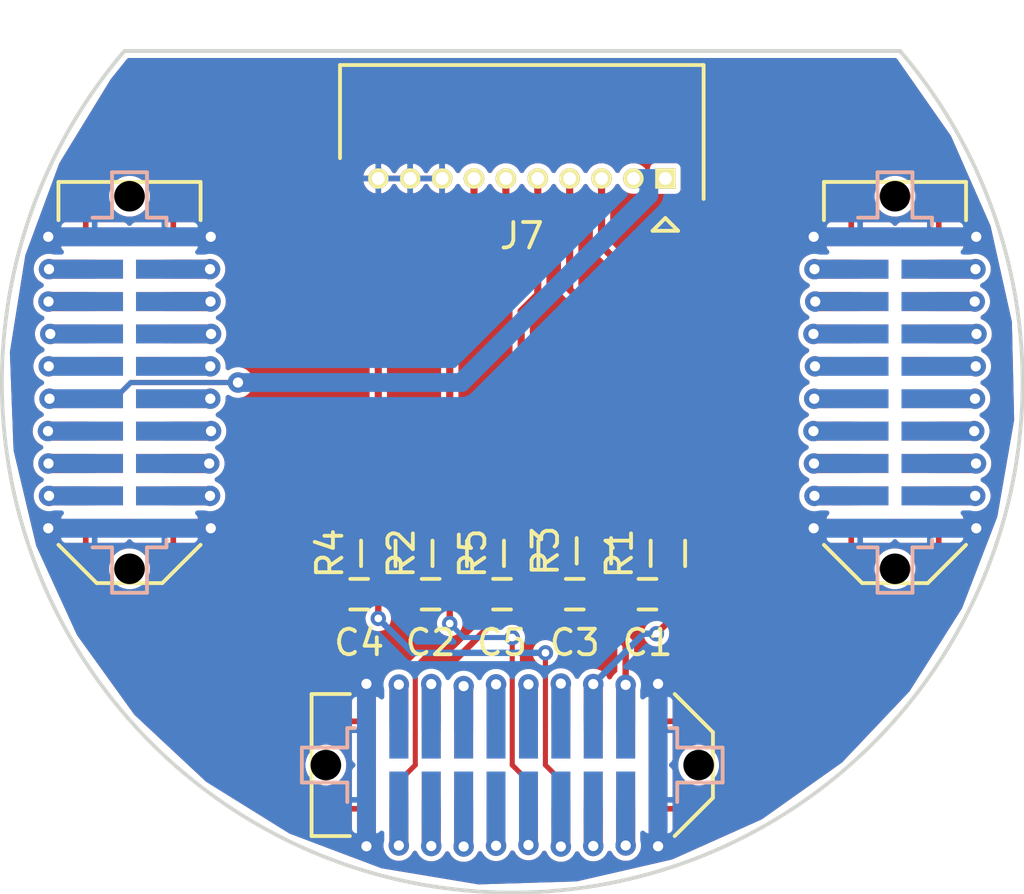
<source format=kicad_pcb>
(kicad_pcb (version 4) (host pcbnew 4.0.2-4+6225~38~ubuntu14.04.1-stable)
  (layers (0 F.Cu signal) (31 B.Cu signal) (34 B.Paste user hide) (35 F.Paste user hide) (36 B.SilkS user hide) (37 F.SilkS user hide) (38 B.Mask user hide) (39 F.Mask user hide) (44 Edge.Cuts user))
  (net 0 "")
  (net 1 /PRESSURE1)
  (net 2 GND)
  (net 3 /PRESSURE4)
  (net 4 /PRESSURE2)
  (net 5 /PRESSURE5)
  (net 6 /PRESSURE3)
  (net 7 /3v3_IMU)
  (net 8 /JTMS)
  (net 9 /3v3_RADIO)
  (net 10 /JTCK)
  (net 11 /3v3_FC)
  (net 12 /3v3_PYRO)
  (net 13 /JTDR)
  (net 14 3v3)
  (net 15 /RSVD1)
  (net 16 /3v3_AUX1)
  (net 17 /5v_CAN)
  (net 18 /3v3_AUX2)
  (net 19 /CAN-)
  (net 20 /RSVD2)
  (net 21 /CAN+)
  (net 22 /PYRO_SO)
  (net 23 /PYRO_SI)
  (net 24 /5v_RADIO)
  (net 25 /PYRO1)
  (net 26 /5v_IMU)
  (net 27 /PYRO2)
  (net 28 /5v_AUX1)
  (net 29 /PYRO3)
  (net 30 /5v_AUX2)
  (net 31 /PYRO4)
  (net 32 /5v_CAM)
  (net 33 /PWR)
  (net 34 /CHARGE)
  (net 35 /JTDI)
  (net 36 /STRAIN1)
  (net 37 /SPI1_SCK)
  (net 38 /STRAIN2)
  (net 39 /SPI1_MISO)
  (net 40 /STRAIN3)
  (net 41 /SPI1_MOSI)
  (net 42 /STRAIN4)
  (net 43 /STRAIN5)
  (net 44 /STRAIN6)
  (net 45 /TEMP_INT)
  (net 46 /SPI1_CS)
  (net 47 /P1+)
  (net 48 /P2+)
  (net 49 /P3+)
  (net 50 /P4+)
  (net 51 /P5+)
  (module Capacitors_SMD:C_0603 (layer F.Cu) (at 105.3 108.3 180)
    (fp_text reference C1 (at 0 -1.9 180) (layer F.SilkS))
    (fp_text value 1n)
    (fp_line (start -0.35 -0.6) (end 0.35 -0.6) (layer F.SilkS) (width 0.15))
    (fp_line (start 0.35 0.6) (end -0.35 0.6) (layer F.SilkS) (width 0.15))
    (pad 1 smd rect (at -0.75 0 180) (size 0.8 0.75) (layers F.Cu F.Paste F.Mask) (net 1 /PRESSURE1))
    (pad 2 smd rect (at 0.75 0 180) (size 0.8 0.75) (layers F.Cu F.Paste F.Mask) (net 2 GND))
  )
  (module Capacitors_SMD:C_0603 (layer F.Cu) (at 96.8 108.3 180)
    (fp_text reference C2 (at 0 -1.9 180) (layer F.SilkS))
    (fp_text value 1n)
    (fp_line (start -0.35 -0.6) (end 0.35 -0.6) (layer F.SilkS) (width 0.15))
    (fp_line (start 0.35 0.6) (end -0.35 0.6) (layer F.SilkS) (width 0.15))
    (pad 1 smd rect (at -0.75 0 180) (size 0.8 0.75) (layers F.Cu F.Paste F.Mask) (net 3 /PRESSURE4))
    (pad 2 smd rect (at 0.75 0 180) (size 0.8 0.75) (layers F.Cu F.Paste F.Mask) (net 2 GND))
  )
  (module Capacitors_SMD:C_0603 (layer F.Cu) (at 102.45 108.3 180)
    (fp_text reference C3 (at 0 -1.9 180) (layer F.SilkS))
    (fp_text value 1n)
    (fp_line (start -0.35 -0.6) (end 0.35 -0.6) (layer F.SilkS) (width 0.15))
    (fp_line (start 0.35 0.6) (end -0.35 0.6) (layer F.SilkS) (width 0.15))
    (pad 1 smd rect (at -0.75 0 180) (size 0.8 0.75) (layers F.Cu F.Paste F.Mask) (net 4 /PRESSURE2))
    (pad 2 smd rect (at 0.75 0 180) (size 0.8 0.75) (layers F.Cu F.Paste F.Mask) (net 2 GND))
  )
  (module Capacitors_SMD:C_0603 (layer F.Cu) (at 94 108.3 180)
    (fp_text reference C4 (at 0 -1.9 180) (layer F.SilkS))
    (fp_text value 1n)
    (fp_line (start -0.35 -0.6) (end 0.35 -0.6) (layer F.SilkS) (width 0.15))
    (fp_line (start 0.35 0.6) (end -0.35 0.6) (layer F.SilkS) (width 0.15))
    (pad 1 smd rect (at -0.75 0 180) (size 0.8 0.75) (layers F.Cu F.Paste F.Mask) (net 5 /PRESSURE5))
    (pad 2 smd rect (at 0.75 0 180) (size 0.8 0.75) (layers F.Cu F.Paste F.Mask) (net 2 GND))
  )
  (module Capacitors_SMD:C_0603 (layer F.Cu) (at 99.6 108.3 180)
    (fp_text reference C5 (at 0 -1.9 180) (layer F.SilkS))
    (fp_text value 1n)
    (fp_line (start -0.35 -0.6) (end 0.35 -0.6) (layer F.SilkS) (width 0.15))
    (fp_line (start 0.35 0.6) (end -0.35 0.6) (layer F.SilkS) (width 0.15))
    (pad 1 smd rect (at -0.75 0 180) (size 0.8 0.75) (layers F.Cu F.Paste F.Mask) (net 6 /PRESSURE3))
    (pad 2 smd rect (at 0.75 0 180) (size 0.8 0.75) (layers F.Cu F.Paste F.Mask) (net 2 GND))
  )
  (module agg:TFML-110-02-L-D (layer F.Cu) (at 85 100 270)
    (fp_text reference J1)
    (fp_text value "WEST TOP")
    (fp_line (start -6.365 -2.785) (end -7.865 -2.785) (layer F.SilkS) (width 0.15))
    (fp_line (start -7.865 -2.785) (end -7.865 2.785) (layer F.SilkS) (width 0.15))
    (fp_line (start -7.865 2.785) (end -6.365 2.785) (layer F.SilkS) (width 0.15))
    (fp_line (start 6.365 2.785) (end 7.865 1.285) (layer F.SilkS) (width 0.15))
    (fp_line (start 7.865 1.285) (end 7.865 -1.285) (layer F.SilkS) (width 0.15))
    (fp_line (start 7.865 -1.285) (end 6.365 -2.785) (layer F.SilkS) (width 0.15))
    (pad 1 smd rect (at -5.715 1.715 270) (size 0.74 2.92) (layers F.Cu F.Paste F.Mask) (net 2 GND))
    (pad 2 smd rect (at -5.715 -1.715 270) (size 0.74 2.92) (layers F.Cu F.Paste F.Mask) (net 2 GND))
    (pad 3 smd rect (at -4.445 1.715 270) (size 0.74 2.92) (layers F.Cu F.Paste F.Mask) (net 7 /3v3_IMU))
    (pad 4 smd rect (at -4.445 -1.715 270) (size 0.74 2.92) (layers F.Cu F.Paste F.Mask) (net 8 /JTMS))
    (pad 5 smd rect (at -3.175 1.715 270) (size 0.74 2.92) (layers F.Cu F.Paste F.Mask) (net 9 /3v3_RADIO))
    (pad 6 smd rect (at -3.175 -1.715 270) (size 0.74 2.92) (layers F.Cu F.Paste F.Mask) (net 10 /JTCK))
    (pad 7 smd rect (at -1.905 1.715 270) (size 0.74 2.92) (layers F.Cu F.Paste F.Mask) (net 11 /3v3_FC))
    (pad 8 smd rect (at -1.905 -1.715 270) (size 0.74 2.92) (layers F.Cu F.Paste F.Mask) (net 35 /JTDI))
    (pad 9 smd rect (at -0.635 1.715 270) (size 0.74 2.92) (layers F.Cu F.Paste F.Mask) (net 12 /3v3_PYRO))
    (pad 10 smd rect (at -0.635 -1.715 270) (size 0.74 2.92) (layers F.Cu F.Paste F.Mask) (net 13 /JTDR))
    (pad 11 smd rect (at 0.635 1.715 270) (size 0.74 2.92) (layers F.Cu F.Paste F.Mask) (net 14 3v3))
    (pad 12 smd rect (at 0.635 -1.715 270) (size 0.74 2.92) (layers F.Cu F.Paste F.Mask) (net 15 /RSVD1))
    (pad 13 smd rect (at 1.905 1.715 270) (size 0.74 2.92) (layers F.Cu F.Paste F.Mask) (net 16 /3v3_AUX1))
    (pad 14 smd rect (at 1.905 -1.715 270) (size 0.74 2.92) (layers F.Cu F.Paste F.Mask) (net 17 /5v_CAN))
    (pad 15 smd rect (at 3.175 1.715 270) (size 0.74 2.92) (layers F.Cu F.Paste F.Mask) (net 18 /3v3_AUX2))
    (pad 16 smd rect (at 3.175 -1.715 270) (size 0.74 2.92) (layers F.Cu F.Paste F.Mask) (net 19 /CAN-))
    (pad 17 smd rect (at 4.445 1.715 270) (size 0.74 2.92) (layers F.Cu F.Paste F.Mask) (net 20 /RSVD2))
    (pad 18 smd rect (at 4.445 -1.715 270) (size 0.74 2.92) (layers F.Cu F.Paste F.Mask) (net 21 /CAN+))
    (pad 19 smd rect (at 5.715 1.715 270) (size 0.74 2.92) (layers F.Cu F.Paste F.Mask) (net 2 GND))
    (pad 20 smd rect (at 5.715 -1.715 270) (size 0.74 2.92) (layers F.Cu F.Paste F.Mask) (net 2 GND))
  )
  (module agg:TFML-110-02-L-D (layer F.Cu) (at 115 100 270)
    (fp_text reference J2)
    (fp_text value "EAST TOP")
    (fp_line (start -6.365 -2.785) (end -7.865 -2.785) (layer F.SilkS) (width 0.15))
    (fp_line (start -7.865 -2.785) (end -7.865 2.785) (layer F.SilkS) (width 0.15))
    (fp_line (start -7.865 2.785) (end -6.365 2.785) (layer F.SilkS) (width 0.15))
    (fp_line (start 6.365 2.785) (end 7.865 1.285) (layer F.SilkS) (width 0.15))
    (fp_line (start 7.865 1.285) (end 7.865 -1.285) (layer F.SilkS) (width 0.15))
    (fp_line (start 7.865 -1.285) (end 6.365 -2.785) (layer F.SilkS) (width 0.15))
    (pad 1 smd rect (at -5.715 1.715 270) (size 0.74 2.92) (layers F.Cu F.Paste F.Mask) (net 2 GND))
    (pad 2 smd rect (at -5.715 -1.715 270) (size 0.74 2.92) (layers F.Cu F.Paste F.Mask) (net 2 GND))
    (pad 3 smd rect (at -4.445 1.715 270) (size 0.74 2.92) (layers F.Cu F.Paste F.Mask) (net 22 /PYRO_SO))
    (pad 4 smd rect (at -4.445 -1.715 270) (size 0.74 2.92) (layers F.Cu F.Paste F.Mask) (net 22 /PYRO_SO))
    (pad 5 smd rect (at -3.175 1.715 270) (size 0.74 2.92) (layers F.Cu F.Paste F.Mask) (net 23 /PYRO_SI))
    (pad 6 smd rect (at -3.175 -1.715 270) (size 0.74 2.92) (layers F.Cu F.Paste F.Mask) (net 23 /PYRO_SI))
    (pad 7 smd rect (at -1.905 1.715 270) (size 0.74 2.92) (layers F.Cu F.Paste F.Mask) (net 24 /5v_RADIO))
    (pad 8 smd rect (at -1.905 -1.715 270) (size 0.74 2.92) (layers F.Cu F.Paste F.Mask) (net 25 /PYRO1))
    (pad 9 smd rect (at -0.635 1.715 270) (size 0.74 2.92) (layers F.Cu F.Paste F.Mask) (net 26 /5v_IMU))
    (pad 10 smd rect (at -0.635 -1.715 270) (size 0.74 2.92) (layers F.Cu F.Paste F.Mask) (net 27 /PYRO2))
    (pad 11 smd rect (at 0.635 1.715 270) (size 0.74 2.92) (layers F.Cu F.Paste F.Mask) (net 28 /5v_AUX1))
    (pad 12 smd rect (at 0.635 -1.715 270) (size 0.74 2.92) (layers F.Cu F.Paste F.Mask) (net 29 /PYRO3))
    (pad 13 smd rect (at 1.905 1.715 270) (size 0.74 2.92) (layers F.Cu F.Paste F.Mask) (net 30 /5v_AUX2))
    (pad 14 smd rect (at 1.905 -1.715 270) (size 0.74 2.92) (layers F.Cu F.Paste F.Mask) (net 31 /PYRO4))
    (pad 15 smd rect (at 3.175 1.715 270) (size 0.74 2.92) (layers F.Cu F.Paste F.Mask) (net 32 /5v_CAM))
    (pad 16 smd rect (at 3.175 -1.715 270) (size 0.74 2.92) (layers F.Cu F.Paste F.Mask) (net 33 /PWR))
    (pad 17 smd rect (at 4.445 1.715 270) (size 0.74 2.92) (layers F.Cu F.Paste F.Mask) (net 34 /CHARGE))
    (pad 18 smd rect (at 4.445 -1.715 270) (size 0.74 2.92) (layers F.Cu F.Paste F.Mask) (net 34 /CHARGE))
    (pad 19 smd rect (at 5.715 1.715 270) (size 0.74 2.92) (layers F.Cu F.Paste F.Mask) (net 2 GND))
    (pad 20 smd rect (at 5.715 -1.715 270) (size 0.74 2.92) (layers F.Cu F.Paste F.Mask) (net 2 GND))
  )
  (module agg:SFML-110-02-L-D-LC (layer B.Cu) (at 85 100 270)
    (fp_text reference J3)
    (fp_text value "WEST BOT")
    (fp_line (start 6.465 1.45) (end 6.465 0.685) (layer B.SilkS) (width 0.15))
    (fp_line (start 6.465 0.685) (end 8.245 0.685) (layer B.SilkS) (width 0.15))
    (fp_line (start 8.245 0.685) (end 8.245 -0.685) (layer B.SilkS) (width 0.15))
    (fp_line (start 8.245 -0.685) (end 6.465 -0.685) (layer B.SilkS) (width 0.15))
    (fp_line (start 6.465 -0.685) (end 6.465 -1.45) (layer B.SilkS) (width 0.15))
    (fp_line (start 6.465 -1.45) (end 6.165 -1.45) (layer B.SilkS) (width 0.15))
    (fp_line (start -6.165 -1.45) (end -6.465 -1.45) (layer B.SilkS) (width 0.15))
    (fp_line (start -6.465 -1.45) (end -6.465 -0.685) (layer B.SilkS) (width 0.15))
    (fp_line (start -6.465 -0.685) (end -8.245 -0.685) (layer B.SilkS) (width 0.15))
    (fp_line (start -8.245 -0.685) (end -8.245 0.685) (layer B.SilkS) (width 0.15))
    (fp_line (start -8.245 0.685) (end -6.465 0.685) (layer B.SilkS) (width 0.15))
    (fp_line (start -6.465 0.685) (end -6.465 1.45) (layer B.SilkS) (width 0.15))
    (pad 1 smd rect (at -5.715 1.365 270) (size 0.74 2.22) (layers B.Cu B.Paste B.Mask) (net 2 GND))
    (pad 2 smd rect (at -5.715 -1.365 270) (size 0.74 2.22) (layers B.Cu B.Paste B.Mask) (net 2 GND))
    (pad 3 smd rect (at -4.445 1.365 270) (size 0.74 2.22) (layers B.Cu B.Paste B.Mask) (net 7 /3v3_IMU))
    (pad 4 smd rect (at -4.445 -1.365 270) (size 0.74 2.22) (layers B.Cu B.Paste B.Mask) (net 8 /JTMS))
    (pad 5 smd rect (at -3.175 1.365 270) (size 0.74 2.22) (layers B.Cu B.Paste B.Mask) (net 9 /3v3_RADIO))
    (pad 6 smd rect (at -3.175 -1.365 270) (size 0.74 2.22) (layers B.Cu B.Paste B.Mask) (net 10 /JTCK))
    (pad 7 smd rect (at -1.905 1.365 270) (size 0.74 2.22) (layers B.Cu B.Paste B.Mask) (net 11 /3v3_FC))
    (pad 8 smd rect (at -1.905 -1.365 270) (size 0.74 2.22) (layers B.Cu B.Paste B.Mask) (net 35 /JTDI))
    (pad 9 smd rect (at -0.635 1.365 270) (size 0.74 2.22) (layers B.Cu B.Paste B.Mask) (net 12 /3v3_PYRO))
    (pad 10 smd rect (at -0.635 -1.365 270) (size 0.74 2.22) (layers B.Cu B.Paste B.Mask) (net 13 /JTDR))
    (pad 11 smd rect (at 0.635 1.365 270) (size 0.74 2.22) (layers B.Cu B.Paste B.Mask) (net 14 3v3))
    (pad 12 smd rect (at 0.635 -1.365 270) (size 0.74 2.22) (layers B.Cu B.Paste B.Mask) (net 15 /RSVD1))
    (pad 13 smd rect (at 1.905 1.365 270) (size 0.74 2.22) (layers B.Cu B.Paste B.Mask) (net 16 /3v3_AUX1))
    (pad 14 smd rect (at 1.905 -1.365 270) (size 0.74 2.22) (layers B.Cu B.Paste B.Mask) (net 17 /5v_CAN))
    (pad 15 smd rect (at 3.175 1.365 270) (size 0.74 2.22) (layers B.Cu B.Paste B.Mask) (net 18 /3v3_AUX2))
    (pad 16 smd rect (at 3.175 -1.365 270) (size 0.74 2.22) (layers B.Cu B.Paste B.Mask) (net 19 /CAN-))
    (pad 17 smd rect (at 4.445 1.365 270) (size 0.74 2.22) (layers B.Cu B.Paste B.Mask) (net 20 /RSVD2))
    (pad 18 smd rect (at 4.445 -1.365 270) (size 0.74 2.22) (layers B.Cu B.Paste B.Mask) (net 21 /CAN+))
    (pad 19 smd rect (at 5.715 1.365 270) (size 0.74 2.22) (layers B.Cu B.Paste B.Mask) (net 2 GND))
    (pad 20 smd rect (at 5.715 -1.365 270) (size 0.74 2.22) (layers B.Cu B.Paste B.Mask) (net 2 GND))
    (pad "" np_thru_hole circle (at 7.305 0 270) (size 1.2 1.2) (drill 1.2) (layers *.Mask))
    (pad "" np_thru_hole circle (at -7.305 0 270) (size 1.2 1.2) (drill 1.2) (layers *.Mask))
  )
  (module agg:SFML-110-02-L-D-LC (layer B.Cu) (at 115 100 270)
    (fp_text reference J4)
    (fp_text value "EAST BOT")
    (fp_line (start 6.465 1.45) (end 6.465 0.685) (layer B.SilkS) (width 0.15))
    (fp_line (start 6.465 0.685) (end 8.245 0.685) (layer B.SilkS) (width 0.15))
    (fp_line (start 8.245 0.685) (end 8.245 -0.685) (layer B.SilkS) (width 0.15))
    (fp_line (start 8.245 -0.685) (end 6.465 -0.685) (layer B.SilkS) (width 0.15))
    (fp_line (start 6.465 -0.685) (end 6.465 -1.45) (layer B.SilkS) (width 0.15))
    (fp_line (start 6.465 -1.45) (end 6.165 -1.45) (layer B.SilkS) (width 0.15))
    (fp_line (start -6.165 -1.45) (end -6.465 -1.45) (layer B.SilkS) (width 0.15))
    (fp_line (start -6.465 -1.45) (end -6.465 -0.685) (layer B.SilkS) (width 0.15))
    (fp_line (start -6.465 -0.685) (end -8.245 -0.685) (layer B.SilkS) (width 0.15))
    (fp_line (start -8.245 -0.685) (end -8.245 0.685) (layer B.SilkS) (width 0.15))
    (fp_line (start -8.245 0.685) (end -6.465 0.685) (layer B.SilkS) (width 0.15))
    (fp_line (start -6.465 0.685) (end -6.465 1.45) (layer B.SilkS) (width 0.15))
    (pad 1 smd rect (at -5.715 1.365 270) (size 0.74 2.22) (layers B.Cu B.Paste B.Mask) (net 2 GND))
    (pad 2 smd rect (at -5.715 -1.365 270) (size 0.74 2.22) (layers B.Cu B.Paste B.Mask) (net 2 GND))
    (pad 3 smd rect (at -4.445 1.365 270) (size 0.74 2.22) (layers B.Cu B.Paste B.Mask) (net 22 /PYRO_SO))
    (pad 4 smd rect (at -4.445 -1.365 270) (size 0.74 2.22) (layers B.Cu B.Paste B.Mask) (net 22 /PYRO_SO))
    (pad 5 smd rect (at -3.175 1.365 270) (size 0.74 2.22) (layers B.Cu B.Paste B.Mask) (net 23 /PYRO_SI))
    (pad 6 smd rect (at -3.175 -1.365 270) (size 0.74 2.22) (layers B.Cu B.Paste B.Mask) (net 23 /PYRO_SI))
    (pad 7 smd rect (at -1.905 1.365 270) (size 0.74 2.22) (layers B.Cu B.Paste B.Mask) (net 24 /5v_RADIO))
    (pad 8 smd rect (at -1.905 -1.365 270) (size 0.74 2.22) (layers B.Cu B.Paste B.Mask) (net 25 /PYRO1))
    (pad 9 smd rect (at -0.635 1.365 270) (size 0.74 2.22) (layers B.Cu B.Paste B.Mask) (net 26 /5v_IMU))
    (pad 10 smd rect (at -0.635 -1.365 270) (size 0.74 2.22) (layers B.Cu B.Paste B.Mask) (net 27 /PYRO2))
    (pad 11 smd rect (at 0.635 1.365 270) (size 0.74 2.22) (layers B.Cu B.Paste B.Mask) (net 28 /5v_AUX1))
    (pad 12 smd rect (at 0.635 -1.365 270) (size 0.74 2.22) (layers B.Cu B.Paste B.Mask) (net 29 /PYRO3))
    (pad 13 smd rect (at 1.905 1.365 270) (size 0.74 2.22) (layers B.Cu B.Paste B.Mask) (net 30 /5v_AUX2))
    (pad 14 smd rect (at 1.905 -1.365 270) (size 0.74 2.22) (layers B.Cu B.Paste B.Mask) (net 31 /PYRO4))
    (pad 15 smd rect (at 3.175 1.365 270) (size 0.74 2.22) (layers B.Cu B.Paste B.Mask) (net 32 /5v_CAM))
    (pad 16 smd rect (at 3.175 -1.365 270) (size 0.74 2.22) (layers B.Cu B.Paste B.Mask) (net 33 /PWR))
    (pad 17 smd rect (at 4.445 1.365 270) (size 0.74 2.22) (layers B.Cu B.Paste B.Mask) (net 34 /CHARGE))
    (pad 18 smd rect (at 4.445 -1.365 270) (size 0.74 2.22) (layers B.Cu B.Paste B.Mask) (net 34 /CHARGE))
    (pad 19 smd rect (at 5.715 1.365 270) (size 0.74 2.22) (layers B.Cu B.Paste B.Mask) (net 2 GND))
    (pad 20 smd rect (at 5.715 -1.365 270) (size 0.74 2.22) (layers B.Cu B.Paste B.Mask) (net 2 GND))
    (pad "" np_thru_hole circle (at 7.305 0 270) (size 1.2 1.2) (drill 1.2) (layers *.Mask))
    (pad "" np_thru_hole circle (at -7.305 0 270) (size 1.2 1.2) (drill 1.2) (layers *.Mask))
  )
  (module agg:TFML-110-02-L-D (layer F.Cu) (at 100 115)
    (fp_text reference J5)
    (fp_text value "SOUTH TOP")
    (fp_line (start -6.365 -2.785) (end -7.865 -2.785) (layer F.SilkS) (width 0.15))
    (fp_line (start -7.865 -2.785) (end -7.865 2.785) (layer F.SilkS) (width 0.15))
    (fp_line (start -7.865 2.785) (end -6.365 2.785) (layer F.SilkS) (width 0.15))
    (fp_line (start 6.365 2.785) (end 7.865 1.285) (layer F.SilkS) (width 0.15))
    (fp_line (start 7.865 1.285) (end 7.865 -1.285) (layer F.SilkS) (width 0.15))
    (fp_line (start 7.865 -1.285) (end 6.365 -2.785) (layer F.SilkS) (width 0.15))
    (pad 1 smd rect (at -5.715 1.715) (size 0.74 2.92) (layers F.Cu F.Paste F.Mask) (net 2 GND))
    (pad 2 smd rect (at -5.715 -1.715) (size 0.74 2.92) (layers F.Cu F.Paste F.Mask) (net 2 GND))
    (pad 3 smd rect (at -4.445 1.715) (size 0.74 2.92) (layers F.Cu F.Paste F.Mask) (net 6 /PRESSURE3))
    (pad 4 smd rect (at -4.445 -1.715) (size 0.74 2.92) (layers F.Cu F.Paste F.Mask) (net 36 /STRAIN1))
    (pad 5 smd rect (at -3.175 1.715) (size 0.74 2.92) (layers F.Cu F.Paste F.Mask) (net 37 /SPI1_SCK))
    (pad 6 smd rect (at -3.175 -1.715) (size 0.74 2.92) (layers F.Cu F.Paste F.Mask) (net 38 /STRAIN2))
    (pad 7 smd rect (at -1.905 1.715) (size 0.74 2.92) (layers F.Cu F.Paste F.Mask) (net 39 /SPI1_MISO))
    (pad 8 smd rect (at -1.905 -1.715) (size 0.74 2.92) (layers F.Cu F.Paste F.Mask) (net 40 /STRAIN3))
    (pad 9 smd rect (at -0.635 1.715) (size 0.74 2.92) (layers F.Cu F.Paste F.Mask) (net 41 /SPI1_MOSI))
    (pad 10 smd rect (at -0.635 -1.715) (size 0.74 2.92) (layers F.Cu F.Paste F.Mask) (net 42 /STRAIN4))
    (pad 11 smd rect (at 0.635 1.715) (size 0.74 2.92) (layers F.Cu F.Paste F.Mask) (net 3 /PRESSURE4))
    (pad 12 smd rect (at 0.635 -1.715) (size 0.74 2.92) (layers F.Cu F.Paste F.Mask) (net 43 /STRAIN5))
    (pad 13 smd rect (at 1.905 1.715) (size 0.74 2.92) (layers F.Cu F.Paste F.Mask) (net 5 /PRESSURE5))
    (pad 14 smd rect (at 1.905 -1.715) (size 0.74 2.92) (layers F.Cu F.Paste F.Mask) (net 44 /STRAIN6))
    (pad 15 smd rect (at 3.175 1.715) (size 0.74 2.92) (layers F.Cu F.Paste F.Mask) (net 45 /TEMP_INT))
    (pad 16 smd rect (at 3.175 -1.715) (size 0.74 2.92) (layers F.Cu F.Paste F.Mask) (net 1 /PRESSURE1))
    (pad 17 smd rect (at 4.445 1.715) (size 0.74 2.92) (layers F.Cu F.Paste F.Mask) (net 46 /SPI1_CS))
    (pad 18 smd rect (at 4.445 -1.715) (size 0.74 2.92) (layers F.Cu F.Paste F.Mask) (net 4 /PRESSURE2))
    (pad 19 smd rect (at 5.715 1.715) (size 0.74 2.92) (layers F.Cu F.Paste F.Mask) (net 2 GND))
    (pad 20 smd rect (at 5.715 -1.715) (size 0.74 2.92) (layers F.Cu F.Paste F.Mask) (net 2 GND))
  )
  (module agg:SFML-110-02-L-D-LC (layer B.Cu) (at 100 115)
    (fp_text reference J6)
    (fp_text value "SOUTH BOT")
    (fp_line (start 6.465 1.45) (end 6.465 0.685) (layer B.SilkS) (width 0.15))
    (fp_line (start 6.465 0.685) (end 8.245 0.685) (layer B.SilkS) (width 0.15))
    (fp_line (start 8.245 0.685) (end 8.245 -0.685) (layer B.SilkS) (width 0.15))
    (fp_line (start 8.245 -0.685) (end 6.465 -0.685) (layer B.SilkS) (width 0.15))
    (fp_line (start 6.465 -0.685) (end 6.465 -1.45) (layer B.SilkS) (width 0.15))
    (fp_line (start 6.465 -1.45) (end 6.165 -1.45) (layer B.SilkS) (width 0.15))
    (fp_line (start -6.165 -1.45) (end -6.465 -1.45) (layer B.SilkS) (width 0.15))
    (fp_line (start -6.465 -1.45) (end -6.465 -0.685) (layer B.SilkS) (width 0.15))
    (fp_line (start -6.465 -0.685) (end -8.245 -0.685) (layer B.SilkS) (width 0.15))
    (fp_line (start -8.245 -0.685) (end -8.245 0.685) (layer B.SilkS) (width 0.15))
    (fp_line (start -8.245 0.685) (end -6.465 0.685) (layer B.SilkS) (width 0.15))
    (fp_line (start -6.465 0.685) (end -6.465 1.45) (layer B.SilkS) (width 0.15))
    (pad 1 smd rect (at -5.715 1.365) (size 0.74 2.22) (layers B.Cu B.Paste B.Mask) (net 2 GND))
    (pad 2 smd rect (at -5.715 -1.365) (size 0.74 2.22) (layers B.Cu B.Paste B.Mask) (net 2 GND))
    (pad 3 smd rect (at -4.445 1.365) (size 0.74 2.22) (layers B.Cu B.Paste B.Mask) (net 6 /PRESSURE3))
    (pad 4 smd rect (at -4.445 -1.365) (size 0.74 2.22) (layers B.Cu B.Paste B.Mask) (net 36 /STRAIN1))
    (pad 5 smd rect (at -3.175 1.365) (size 0.74 2.22) (layers B.Cu B.Paste B.Mask) (net 37 /SPI1_SCK))
    (pad 6 smd rect (at -3.175 -1.365) (size 0.74 2.22) (layers B.Cu B.Paste B.Mask) (net 38 /STRAIN2))
    (pad 7 smd rect (at -1.905 1.365) (size 0.74 2.22) (layers B.Cu B.Paste B.Mask) (net 39 /SPI1_MISO))
    (pad 8 smd rect (at -1.905 -1.365) (size 0.74 2.22) (layers B.Cu B.Paste B.Mask) (net 40 /STRAIN3))
    (pad 9 smd rect (at -0.635 1.365) (size 0.74 2.22) (layers B.Cu B.Paste B.Mask) (net 41 /SPI1_MOSI))
    (pad 10 smd rect (at -0.635 -1.365) (size 0.74 2.22) (layers B.Cu B.Paste B.Mask) (net 42 /STRAIN4))
    (pad 11 smd rect (at 0.635 1.365) (size 0.74 2.22) (layers B.Cu B.Paste B.Mask) (net 3 /PRESSURE4))
    (pad 12 smd rect (at 0.635 -1.365) (size 0.74 2.22) (layers B.Cu B.Paste B.Mask) (net 43 /STRAIN5))
    (pad 13 smd rect (at 1.905 1.365) (size 0.74 2.22) (layers B.Cu B.Paste B.Mask) (net 5 /PRESSURE5))
    (pad 14 smd rect (at 1.905 -1.365) (size 0.74 2.22) (layers B.Cu B.Paste B.Mask) (net 44 /STRAIN6))
    (pad 15 smd rect (at 3.175 1.365) (size 0.74 2.22) (layers B.Cu B.Paste B.Mask) (net 45 /TEMP_INT))
    (pad 16 smd rect (at 3.175 -1.365) (size 0.74 2.22) (layers B.Cu B.Paste B.Mask) (net 1 /PRESSURE1))
    (pad 17 smd rect (at 4.445 1.365) (size 0.74 2.22) (layers B.Cu B.Paste B.Mask) (net 46 /SPI1_CS))
    (pad 18 smd rect (at 4.445 -1.365) (size 0.74 2.22) (layers B.Cu B.Paste B.Mask) (net 4 /PRESSURE2))
    (pad 19 smd rect (at 5.715 1.365) (size 0.74 2.22) (layers B.Cu B.Paste B.Mask) (net 2 GND))
    (pad 20 smd rect (at 5.715 -1.365) (size 0.74 2.22) (layers B.Cu B.Paste B.Mask) (net 2 GND))
    (pad "" np_thru_hole circle (at 7.305 0) (size 1.2 1.2) (drill 1.2) (layers *.Mask))
    (pad "" np_thru_hole circle (at -7.305 0) (size 1.2 1.2) (drill 1.2) (layers *.Mask))
  )
  (module Connectors_Molex:Connector_Molex_PicoBlade_53048-1010 (layer F.Cu) (at 106 92 180)
    (fp_text reference J7 (at 5.625 -2.25 180) (layer F.SilkS))
    (fp_text value PRESSURE)
    (fp_line (start -1.5 -0.8) (end -1.5 4.45) (layer F.SilkS) (width 0.15))
    (fp_line (start -1.5 4.45) (end 12.75 4.45) (layer F.SilkS) (width 0.15))
    (fp_line (start 12.75 4.45) (end 12.75 0.8) (layer F.SilkS) (width 0.15))
    (fp_line (start 0 -1.55) (end -0.5 -2.05) (layer F.SilkS) (width 0.15))
    (fp_line (start -0.5 -2.05) (end 0.5 -2.05) (layer F.SilkS) (width 0.15))
    (fp_line (start 0.5 -2.05) (end 0 -1.55) (layer F.SilkS) (width 0.15))
    (pad 1 thru_hole rect (at 0 0 180) (size 0.8 0.8) (drill 0.5) (layers *.Cu *.Mask F.SilkS) (net 14 3v3))
    (pad 2 thru_hole oval (at 1.25 0 180) (size 0.8 0.8) (drill 0.5) (layers *.Cu *.Mask F.SilkS) (net 14 3v3))
    (pad 3 thru_hole oval (at 2.5 0 180) (size 0.8 0.8) (drill 0.5) (layers *.Cu *.Mask F.SilkS) (net 47 /P1+))
    (pad 4 thru_hole oval (at 3.75 0 180) (size 0.8 0.8) (drill 0.5) (layers *.Cu *.Mask F.SilkS) (net 48 /P2+))
    (pad 5 thru_hole oval (at 5 0 180) (size 0.8 0.8) (drill 0.5) (layers *.Cu *.Mask F.SilkS) (net 49 /P3+))
    (pad 6 thru_hole oval (at 6.25 0 180) (size 0.8 0.8) (drill 0.5) (layers *.Cu *.Mask F.SilkS) (net 50 /P4+))
    (pad 7 thru_hole oval (at 7.5 0 180) (size 0.8 0.8) (drill 0.5) (layers *.Cu *.Mask F.SilkS) (net 51 /P5+))
    (pad 8 thru_hole oval (at 8.75 0 180) (size 0.8 0.8) (drill 0.5) (layers *.Cu *.Mask F.SilkS) (net 2 GND))
    (pad 9 thru_hole oval (at 10 0 180) (size 0.8 0.8) (drill 0.5) (layers *.Cu *.Mask F.SilkS) (net 2 GND))
    (pad 10 thru_hole oval (at 11.25 0 180) (size 0.8 0.8) (drill 0.5) (layers *.Cu *.Mask F.SilkS) (net 2 GND))
  )
  (module Resistors_SMD:R_0603 (layer F.Cu) (at 106.1 106.7 90)
    (fp_text reference R1 (at 0 -1.9 90) (layer F.SilkS))
    (fp_text value 3.74K)
    (fp_line (start 0.5 0.675) (end -0.5 0.675) (layer F.SilkS) (width 0.15))
    (fp_line (start -0.5 -0.675) (end 0.5 -0.675) (layer F.SilkS) (width 0.15))
    (pad 1 smd rect (at -0.75 0 90) (size 0.5 0.9) (layers F.Cu F.Paste F.Mask) (net 1 /PRESSURE1))
    (pad 2 smd rect (at 0.75 0 90) (size 0.5 0.9) (layers F.Cu F.Paste F.Mask) (net 47 /P1+))
  )
  (module Resistors_SMD:R_0603 (layer F.Cu) (at 97.55 106.7 90)
    (fp_text reference R2 (at 0 -1.9 90) (layer F.SilkS))
    (fp_text value 3.74K)
    (fp_line (start 0.5 0.675) (end -0.5 0.675) (layer F.SilkS) (width 0.15))
    (fp_line (start -0.5 -0.675) (end 0.5 -0.675) (layer F.SilkS) (width 0.15))
    (pad 1 smd rect (at -0.75 0 90) (size 0.5 0.9) (layers F.Cu F.Paste F.Mask) (net 3 /PRESSURE4))
    (pad 2 smd rect (at 0.75 0 90) (size 0.5 0.9) (layers F.Cu F.Paste F.Mask) (net 50 /P4+))
  )
  (module Resistors_SMD:R_0603 (layer F.Cu) (at 103.2 106.6 90)
    (fp_text reference R3 (at 0 -1.9 90) (layer F.SilkS))
    (fp_text value 3.74K)
    (fp_line (start 0.5 0.675) (end -0.5 0.675) (layer F.SilkS) (width 0.15))
    (fp_line (start -0.5 -0.675) (end 0.5 -0.675) (layer F.SilkS) (width 0.15))
    (pad 1 smd rect (at -0.75 0 90) (size 0.5 0.9) (layers F.Cu F.Paste F.Mask) (net 4 /PRESSURE2))
    (pad 2 smd rect (at 0.75 0 90) (size 0.5 0.9) (layers F.Cu F.Paste F.Mask) (net 48 /P2+))
  )
  (module Resistors_SMD:R_0603 (layer F.Cu) (at 94.75 106.7 90)
    (fp_text reference R4 (at 0 -1.9 90) (layer F.SilkS))
    (fp_text value 3.74K)
    (fp_line (start 0.5 0.675) (end -0.5 0.675) (layer F.SilkS) (width 0.15))
    (fp_line (start -0.5 -0.675) (end 0.5 -0.675) (layer F.SilkS) (width 0.15))
    (pad 1 smd rect (at -0.75 0 90) (size 0.5 0.9) (layers F.Cu F.Paste F.Mask) (net 5 /PRESSURE5))
    (pad 2 smd rect (at 0.75 0 90) (size 0.5 0.9) (layers F.Cu F.Paste F.Mask) (net 51 /P5+))
  )
  (module Resistors_SMD:R_0603 (layer F.Cu) (at 100.35 106.7 90)
    (fp_text reference R5 (at 0 -1.9 90) (layer F.SilkS))
    (fp_text value 3.74K)
    (fp_line (start 0.5 0.675) (end -0.5 0.675) (layer F.SilkS) (width 0.15))
    (fp_line (start -0.5 -0.675) (end 0.5 -0.675) (layer F.SilkS) (width 0.15))
    (pad 1 smd rect (at -0.75 0 90) (size 0.5 0.9) (layers F.Cu F.Paste F.Mask) (net 6 /PRESSURE3))
    (pad 2 smd rect (at 0.75 0 90) (size 0.5 0.9) (layers F.Cu F.Paste F.Mask) (net 49 /P3+))
  )
  (gr_line (start 84.8 87) (end 115.2 87) (layer Edge.Cuts) (width 0.15))
  (gr_arc (start 100 100) (end 115.2 87) (angle 261.0783035) (layer Edge.Cuts) (width 0.15))
  (segment (start 106.05 108.3) (end 106.05 107.5) (width 0.25) (layer F.Cu) (net 1))
  (segment (start 106.05 107.5) (end 106.1 107.45) (width 0.25) (layer F.Cu) (net 1))
  (segment (start 105.65 109.85) (end 105.15 109.85) (width 0.25) (layer B.Cu) (net 1))
  (segment (start 105.15 109.85) (end 103.175 111.825) (width 0.25) (layer B.Cu) (net 1))
  (segment (start 106.05 109.45) (end 105.65 109.85) (width 0.25) (layer F.Cu) (net 1))
  (via (at 105.65 109.85) (size 0.6) (drill 0.3) (layers F.Cu B.Cu) (net 1))
  (segment (start 106.05 109.35) (end 106.05 109.45) (width 0.25) (layer F.Cu) (net 1))
  (segment (start 106.05 108.3) (end 106.05 109.35) (width 0.25) (layer F.Cu) (net 1))
  (segment (start 103.175 111.825) (end 103.175 113.285) (width 0.74) (layer F.Cu) (net 1))
  (via (at 103.175 111.825) (size 0.8) (drill 0.4) (layers F.Cu B.Cu) (net 1))
  (segment (start 103.175 113.635) (end 103.175 111.825) (width 0.74) (layer B.Cu) (net 1))
  (segment (start 113.635 105.715) (end 111.815 105.715) (width 0.74) (layer B.Cu) (net 2))
  (segment (start 116.365 105.715) (end 113.635 105.715) (width 0.74) (layer B.Cu) (net 2))
  (segment (start 118.185 105.715) (end 116.365 105.715) (width 0.74) (layer B.Cu) (net 2))
  (segment (start 116.365 94.285) (end 118.185 94.285) (width 0.74) (layer B.Cu) (net 2))
  (segment (start 113.635 94.285) (end 116.365 94.285) (width 0.74) (layer B.Cu) (net 2))
  (segment (start 111.815 94.285) (end 113.635 94.285) (width 0.74) (layer B.Cu) (net 2))
  (segment (start 116.715 105.715) (end 113.285 105.715) (width 0.74) (layer F.Cu) (net 2))
  (via (at 118.185 105.715) (size 0.8) (drill 0.4) (layers F.Cu B.Cu) (net 2))
  (segment (start 116.715 105.715) (end 118.185 105.715) (width 0.74) (layer F.Cu) (net 2))
  (via (at 118.185 94.285) (size 0.8) (drill 0.4) (layers F.Cu B.Cu) (net 2))
  (segment (start 116.715 94.285) (end 118.185 94.285) (width 0.74) (layer F.Cu) (net 2))
  (segment (start 113.285 94.285) (end 116.715 94.285) (width 0.74) (layer F.Cu) (net 2))
  (via (at 111.815 94.285) (size 0.8) (drill 0.4) (layers F.Cu B.Cu) (net 2))
  (segment (start 113.285 94.285) (end 111.815 94.285) (width 0.74) (layer F.Cu) (net 2))
  (via (at 111.815 105.715) (size 0.8) (drill 0.4) (layers F.Cu B.Cu) (net 2))
  (segment (start 113.285 105.715) (end 111.815 105.715) (width 0.74) (layer F.Cu) (net 2))
  (segment (start 105.715 116.715) (end 105.715 118.185) (width 0.74) (layer F.Cu) (net 2))
  (segment (start 105.715 113.285) (end 105.715 116.715) (width 0.74) (layer F.Cu) (net 2))
  (segment (start 105.715 111.815) (end 105.715 113.285) (width 0.74) (layer F.Cu) (net 2))
  (segment (start 94.285 116.715) (end 94.285 111.815) (width 0.74) (layer F.Cu) (net 2))
  (segment (start 94.285 118.185) (end 94.285 116.715) (width 0.74) (layer F.Cu) (net 2))
  (via (at 105.715 111.815) (size 0.8) (drill 0.4) (layers F.Cu B.Cu) (net 2))
  (segment (start 105.715 113.635) (end 105.715 111.815) (width 0.74) (layer B.Cu) (net 2))
  (segment (start 105.715 116.365) (end 105.715 113.635) (width 0.74) (layer B.Cu) (net 2))
  (via (at 105.715 118.185) (size 0.8) (drill 0.4) (layers F.Cu B.Cu) (net 2))
  (segment (start 105.715 116.365) (end 105.715 118.185) (width 0.74) (layer B.Cu) (net 2))
  (via (at 94.285 118.185) (size 0.8) (drill 0.4) (layers F.Cu B.Cu) (net 2))
  (segment (start 94.285 116.365) (end 94.285 118.185) (width 0.74) (layer B.Cu) (net 2))
  (via (at 94.285 111.815) (size 0.8) (drill 0.4) (layers F.Cu B.Cu) (net 2))
  (segment (start 94.285 113.635) (end 94.285 111.815) (width 0.74) (layer B.Cu) (net 2))
  (segment (start 94.285 116.365) (end 94.285 113.635) (width 0.74) (layer B.Cu) (net 2))
  (segment (start 88.185 105.715) (end 81.815 105.715) (width 0.74) (layer B.Cu) (net 2))
  (segment (start 86.365 94.285) (end 88.185 94.285) (width 0.74) (layer B.Cu) (net 2))
  (segment (start 83.635 94.285) (end 86.365 94.285) (width 0.74) (layer B.Cu) (net 2))
  (segment (start 83.635 94.285) (end 81.815 94.285) (width 0.74) (layer B.Cu) (net 2))
  (segment (start 86.715 94.285) (end 83.285 94.285) (width 0.74) (layer F.Cu) (net 2))
  (via (at 88.185 94.285) (size 0.8) (drill 0.4) (layers F.Cu B.Cu) (net 2))
  (segment (start 86.715 94.285) (end 88.185 94.285) (width 0.74) (layer F.Cu) (net 2))
  (via (at 88.185 105.715) (size 0.8) (drill 0.4) (layers F.Cu B.Cu) (net 2))
  (segment (start 86.715 105.715) (end 88.185 105.715) (width 0.74) (layer F.Cu) (net 2))
  (segment (start 83.285 105.715) (end 86.715 105.715) (width 0.74) (layer F.Cu) (net 2))
  (via (at 81.815 105.715) (size 0.8) (drill 0.4) (layers F.Cu B.Cu) (net 2))
  (segment (start 83.285 105.715) (end 81.815 105.715) (width 0.74) (layer F.Cu) (net 2))
  (via (at 81.815 94.285) (size 0.8) (drill 0.4) (layers F.Cu B.Cu) (net 2))
  (segment (start 83.285 94.285) (end 81.815 94.285) (width 0.74) (layer F.Cu) (net 2))
  (segment (start 97.55 108.3) (end 97.55 107.45) (width 0.25) (layer F.Cu) (net 3))
  (segment (start 100 110) (end 98.1 110) (width 0.2) (layer B.Cu) (net 3))
  (segment (start 98.1 110) (end 97.55 109.45) (width 0.2) (layer B.Cu) (net 3))
  (segment (start 100 110.6) (end 100 110) (width 0.2) (layer F.Cu) (net 3))
  (segment (start 97.55 109.45) (end 97.55 108.3) (width 0.25) (layer F.Cu) (net 3))
  (via (at 97.55 109.45) (size 0.6) (drill 0.3) (layers F.Cu B.Cu) (net 3))
  (via (at 100 110) (size 0.6) (drill 0.3) (layers F.Cu B.Cu) (net 3))
  (segment (start 100 115) (end 100 110.6) (width 0.2) (layer F.Cu) (net 3))
  (segment (start 100.635 115.635) (end 100 115) (width 0.2) (layer F.Cu) (net 3))
  (segment (start 100.635 118.135) (end 100.635 115.635) (width 0.2) (layer F.Cu) (net 3))
  (segment (start 100.635 118.135) (end 100.635 116.715) (width 0.74) (layer F.Cu) (net 3))
  (via (at 100.635 118.135) (size 0.8) (drill 0.4) (layers F.Cu B.Cu) (net 3))
  (segment (start 100.635 116.365) (end 100.635 118.135) (width 0.74) (layer B.Cu) (net 3))
  (segment (start 103.2 108.3) (end 103.2 107.35) (width 0.25) (layer F.Cu) (net 4))
  (segment (start 104.445 110.295) (end 103.2 109.05) (width 0.25) (layer F.Cu) (net 4))
  (segment (start 103.2 109.05) (end 103.2 108.3) (width 0.25) (layer F.Cu) (net 4))
  (segment (start 104.445 111.855) (end 104.445 110.295) (width 0.25) (layer F.Cu) (net 4))
  (segment (start 104.445 111.855) (end 104.445 113.285) (width 0.74) (layer F.Cu) (net 4))
  (via (at 104.445 111.855) (size 0.8) (drill 0.4) (layers F.Cu B.Cu) (net 4))
  (segment (start 104.445 113.635) (end 104.445 111.855) (width 0.74) (layer B.Cu) (net 4))
  (segment (start 94.75 108.3) (end 94.75 107.45) (width 0.25) (layer F.Cu) (net 5))
  (segment (start 101.3 110.6) (end 96.1 110.6) (width 0.25) (layer B.Cu) (net 5))
  (segment (start 96.1 110.6) (end 94.75 109.25) (width 0.25) (layer B.Cu) (net 5))
  (via (at 94.75 109.25) (size 0.6) (drill 0.3) (layers F.Cu B.Cu) (net 5))
  (segment (start 94.75 108.3) (end 94.75 109.25) (width 0.25) (layer F.Cu) (net 5))
  (via (at 101.3 110.6) (size 0.6) (drill 0.3) (layers F.Cu B.Cu) (net 5))
  (segment (start 101.3 115) (end 101.3 110.6) (width 0.2) (layer F.Cu) (net 5))
  (segment (start 101.905 115.605) (end 101.3 115) (width 0.2) (layer F.Cu) (net 5))
  (segment (start 101.905 116.715) (end 101.905 115.605) (width 0.2) (layer F.Cu) (net 5))
  (segment (start 101.905 118.195) (end 101.905 116.715) (width 0.74) (layer F.Cu) (net 5))
  (via (at 101.905 118.195) (size 0.8) (drill 0.4) (layers F.Cu B.Cu) (net 5))
  (segment (start 101.905 116.365) (end 101.905 118.195) (width 0.74) (layer B.Cu) (net 5))
  (segment (start 100.35 108.3) (end 100.35 107.45) (width 0.25) (layer F.Cu) (net 6))
  (segment (start 95.555 116.715) (end 95.555 115.645) (width 0.2) (layer F.Cu) (net 6))
  (segment (start 96.2 111.2) (end 96.6 110.8) (width 0.25) (layer F.Cu) (net 6))
  (segment (start 95.555 115.645) (end 96.2 115) (width 0.2) (layer F.Cu) (net 6))
  (segment (start 96.2 115) (end 96.2 111.2) (width 0.2) (layer F.Cu) (net 6))
  (segment (start 96.6 110.8) (end 97.85 110.8) (width 0.25) (layer F.Cu) (net 6))
  (segment (start 97.85 110.8) (end 100.35 108.3) (width 0.25) (layer F.Cu) (net 6))
  (segment (start 95.555 118.155) (end 95.555 116.715) (width 0.74) (layer F.Cu) (net 6))
  (via (at 95.555 118.155) (size 0.8) (drill 0.4) (layers F.Cu B.Cu) (net 6))
  (segment (start 95.555 116.365) (end 95.555 118.155) (width 0.74) (layer B.Cu) (net 6))
  (segment (start 82.345 95.555) (end 81.845 95.555) (width 0.74) (layer B.Cu) (net 7))
  (segment (start 83.635 95.555) (end 82.345 95.555) (width 0.74) (layer B.Cu) (net 7))
  (via (at 81.845 95.555) (size 0.8) (drill 0.4) (layers F.Cu B.Cu) (net 7))
  (segment (start 83.285 95.555) (end 81.845 95.555) (width 0.74) (layer F.Cu) (net 7))
  (segment (start 88.155 95.555) (end 86.365 95.555) (width 0.74) (layer B.Cu) (net 8))
  (via (at 88.155 95.555) (size 0.8) (drill 0.4) (layers F.Cu B.Cu) (net 8))
  (segment (start 86.715 95.555) (end 88.155 95.555) (width 0.74) (layer F.Cu) (net 8))
  (segment (start 81.825 96.825) (end 83.635 96.825) (width 0.74) (layer B.Cu) (net 9))
  (via (at 81.825 96.825) (size 0.8) (drill 0.4) (layers F.Cu B.Cu) (net 9))
  (segment (start 83.285 96.825) (end 81.825 96.825) (width 0.74) (layer F.Cu) (net 9))
  (segment (start 86.365 96.825) (end 88.175 96.825) (width 0.74) (layer B.Cu) (net 10))
  (via (at 88.175 96.825) (size 0.8) (drill 0.4) (layers F.Cu B.Cu) (net 10))
  (segment (start 86.715 96.825) (end 88.175 96.825) (width 0.74) (layer F.Cu) (net 10))
  (segment (start 81.895 98.095) (end 83.635 98.095) (width 0.74) (layer B.Cu) (net 11))
  (via (at 81.895 98.095) (size 0.8) (drill 0.4) (layers F.Cu B.Cu) (net 11))
  (segment (start 83.285 98.095) (end 81.895 98.095) (width 0.74) (layer F.Cu) (net 11))
  (segment (start 81.835 99.365) (end 83.635 99.365) (width 0.74) (layer B.Cu) (net 12))
  (via (at 81.835 99.365) (size 0.8) (drill 0.4) (layers F.Cu B.Cu) (net 12))
  (segment (start 83.285 99.365) (end 81.835 99.365) (width 0.74) (layer F.Cu) (net 12))
  (segment (start 86.365 99.365) (end 88.165 99.365) (width 0.74) (layer B.Cu) (net 13))
  (via (at 88.165 99.365) (size 0.8) (drill 0.4) (layers F.Cu B.Cu) (net 13))
  (segment (start 86.715 99.365) (end 88.165 99.365) (width 0.74) (layer F.Cu) (net 13))
  (segment (start 104.75 92) (end 105.35 92) (width 0.74) (layer B.Cu) (net 14))
  (segment (start 105.35 92) (end 106 92) (width 0.74) (layer B.Cu) (net 14))
  (segment (start 105.35 92.65) (end 105.35 92) (width 0.74) (layer B.Cu) (net 14))
  (segment (start 98 100) (end 105.35 92.65) (width 0.74) (layer B.Cu) (net 14))
  (segment (start 89.25 100) (end 98 100) (width 0.74) (layer B.Cu) (net 14))
  (segment (start 84.415 100.635) (end 85.05 100) (width 0.2) (layer B.Cu) (net 14))
  (segment (start 85.05 100) (end 89.25 100) (width 0.2) (layer B.Cu) (net 14))
  (segment (start 83.635 100.635) (end 84.415 100.635) (width 0.2) (layer B.Cu) (net 14))
  (via (at 89.25 100) (size 0.8) (drill 0.4) (layers F.Cu B.Cu) (net 14))
  (segment (start 85.05 100) (end 89.25 100) (width 0.2) (layer F.Cu) (net 14))
  (segment (start 84.415 100.635) (end 85.05 100) (width 0.2) (layer F.Cu) (net 14))
  (segment (start 83.285 100.635) (end 84.415 100.635) (width 0.2) (layer F.Cu) (net 14))
  (segment (start 83.285 100.635) (end 84.365 100.635) (width 0.28) (layer F.Cu) (net 14))
  (segment (start 83.635 100.635) (end 81.865 100.635) (width 0.74) (layer B.Cu) (net 14))
  (via (at 81.865 100.635) (size 0.8) (drill 0.4) (layers F.Cu B.Cu) (net 14))
  (segment (start 83.285 100.635) (end 81.865 100.635) (width 0.74) (layer F.Cu) (net 14))
  (segment (start 86.365 100.635) (end 88.165 100.635) (width 0.74) (layer B.Cu) (net 15))
  (via (at 88.165 100.635) (size 0.8) (drill 0.4) (layers F.Cu B.Cu) (net 15))
  (segment (start 86.715 100.635) (end 88.165 100.635) (width 0.74) (layer F.Cu) (net 15))
  (segment (start 81.805 101.905) (end 83.635 101.905) (width 0.74) (layer B.Cu) (net 16))
  (via (at 81.805 101.905) (size 0.8) (drill 0.4) (layers F.Cu B.Cu) (net 16))
  (segment (start 83.285 101.905) (end 81.805 101.905) (width 0.74) (layer F.Cu) (net 16))
  (segment (start 86.365 101.905) (end 88.195 101.905) (width 0.74) (layer B.Cu) (net 17))
  (via (at 88.195 101.905) (size 0.8) (drill 0.4) (layers F.Cu B.Cu) (net 17))
  (segment (start 86.715 101.905) (end 88.195 101.905) (width 0.74) (layer F.Cu) (net 17))
  (segment (start 81.825 103.175) (end 83.635 103.175) (width 0.74) (layer B.Cu) (net 18))
  (via (at 81.825 103.175) (size 0.8) (drill 0.4) (layers F.Cu B.Cu) (net 18))
  (segment (start 83.285 103.175) (end 81.825 103.175) (width 0.74) (layer F.Cu) (net 18))
  (segment (start 86.365 103.175) (end 88.125 103.175) (width 0.74) (layer B.Cu) (net 19))
  (via (at 88.125 103.175) (size 0.8) (drill 0.4) (layers F.Cu B.Cu) (net 19))
  (segment (start 86.715 103.175) (end 88.125 103.175) (width 0.74) (layer F.Cu) (net 19))
  (segment (start 81.845 104.445) (end 83.635 104.445) (width 0.74) (layer B.Cu) (net 20))
  (via (at 81.845 104.445) (size 0.8) (drill 0.4) (layers F.Cu B.Cu) (net 20))
  (segment (start 83.285 104.445) (end 81.845 104.445) (width 0.74) (layer F.Cu) (net 20))
  (segment (start 86.365 104.445) (end 88.155 104.445) (width 0.74) (layer B.Cu) (net 21))
  (via (at 88.155 104.445) (size 0.8) (drill 0.4) (layers F.Cu B.Cu) (net 21))
  (segment (start 86.715 104.445) (end 88.155 104.445) (width 0.74) (layer F.Cu) (net 21))
  (segment (start 111.845 95.555) (end 113.635 95.555) (width 0.74) (layer B.Cu) (net 22))
  (segment (start 118.155 95.555) (end 116.365 95.555) (width 0.74) (layer B.Cu) (net 22))
  (via (at 118.155 95.555) (size 0.8) (drill 0.4) (layers F.Cu B.Cu) (net 22))
  (segment (start 116.715 95.555) (end 118.155 95.555) (width 0.74) (layer F.Cu) (net 22))
  (via (at 111.845 95.555) (size 0.8) (drill 0.4) (layers F.Cu B.Cu) (net 22))
  (segment (start 113.285 95.555) (end 111.845 95.555) (width 0.74) (layer F.Cu) (net 22))
  (segment (start 116.365 96.825) (end 118.125 96.825) (width 0.74) (layer B.Cu) (net 23))
  (segment (start 111.875 96.825) (end 113.635 96.825) (width 0.74) (layer B.Cu) (net 23))
  (via (at 118.125 96.825) (size 0.8) (drill 0.4) (layers F.Cu B.Cu) (net 23))
  (segment (start 116.715 96.825) (end 118.125 96.825) (width 0.74) (layer F.Cu) (net 23))
  (via (at 111.875 96.825) (size 0.8) (drill 0.4) (layers F.Cu B.Cu) (net 23))
  (segment (start 113.285 96.825) (end 111.875 96.825) (width 0.74) (layer F.Cu) (net 23))
  (segment (start 113.635 98.095) (end 111.805 98.095) (width 0.74) (layer B.Cu) (net 24))
  (via (at 111.805 98.095) (size 0.8) (drill 0.4) (layers F.Cu B.Cu) (net 24))
  (segment (start 113.285 98.095) (end 111.805 98.095) (width 0.74) (layer F.Cu) (net 24))
  (segment (start 118.195 98.095) (end 116.365 98.095) (width 0.74) (layer B.Cu) (net 25))
  (via (at 118.195 98.095) (size 0.8) (drill 0.4) (layers F.Cu B.Cu) (net 25))
  (segment (start 116.715 98.095) (end 118.195 98.095) (width 0.74) (layer F.Cu) (net 25))
  (segment (start 111.865 99.365) (end 113.635 99.365) (width 0.74) (layer B.Cu) (net 26))
  (via (at 111.865 99.365) (size 0.8) (drill 0.4) (layers F.Cu B.Cu) (net 26))
  (segment (start 113.285 99.365) (end 111.865 99.365) (width 0.74) (layer F.Cu) (net 26))
  (segment (start 116.365 99.365) (end 118.165 99.365) (width 0.74) (layer B.Cu) (net 27))
  (via (at 118.165 99.365) (size 0.8) (drill 0.4) (layers F.Cu B.Cu) (net 27))
  (segment (start 116.715 99.365) (end 118.165 99.365) (width 0.74) (layer F.Cu) (net 27))
  (segment (start 113.635 100.635) (end 111.835 100.635) (width 0.74) (layer B.Cu) (net 28))
  (via (at 111.835 100.635) (size 0.8) (drill 0.4) (layers F.Cu B.Cu) (net 28))
  (segment (start 113.285 100.635) (end 111.835 100.635) (width 0.74) (layer F.Cu) (net 28))
  (segment (start 118.135 100.635) (end 116.365 100.635) (width 0.74) (layer B.Cu) (net 29))
  (via (at 118.135 100.635) (size 0.8) (drill 0.4) (layers F.Cu B.Cu) (net 29))
  (segment (start 116.715 100.635) (end 118.135 100.635) (width 0.74) (layer F.Cu) (net 29))
  (segment (start 111.805 101.905) (end 113.635 101.905) (width 0.74) (layer B.Cu) (net 30))
  (via (at 111.805 101.905) (size 0.8) (drill 0.4) (layers F.Cu B.Cu) (net 30))
  (segment (start 113.285 101.905) (end 111.805 101.905) (width 0.74) (layer F.Cu) (net 30))
  (segment (start 116.365 101.905) (end 118.105 101.905) (width 0.74) (layer B.Cu) (net 31))
  (via (at 118.105 101.905) (size 0.8) (drill 0.4) (layers F.Cu B.Cu) (net 31))
  (segment (start 116.715 101.905) (end 118.105 101.905) (width 0.74) (layer F.Cu) (net 31))
  (segment (start 113.635 103.175) (end 111.825 103.175) (width 0.74) (layer B.Cu) (net 32))
  (via (at 111.825 103.175) (size 0.8) (drill 0.4) (layers F.Cu B.Cu) (net 32))
  (segment (start 113.285 103.175) (end 111.825 103.175) (width 0.74) (layer F.Cu) (net 32))
  (segment (start 118.175 103.175) (end 116.365 103.175) (width 0.74) (layer B.Cu) (net 33))
  (via (at 118.175 103.175) (size 0.8) (drill 0.4) (layers F.Cu B.Cu) (net 33))
  (segment (start 116.715 103.175) (end 118.175 103.175) (width 0.74) (layer F.Cu) (net 33))
  (segment (start 116.365 104.445) (end 118.145 104.445) (width 0.74) (layer B.Cu) (net 34))
  (segment (start 111.845 104.445) (end 113.635 104.445) (width 0.74) (layer B.Cu) (net 34))
  (via (at 118.145 104.445) (size 0.8) (drill 0.4) (layers F.Cu B.Cu) (net 34))
  (segment (start 116.715 104.445) (end 118.145 104.445) (width 0.74) (layer F.Cu) (net 34))
  (via (at 111.845 104.445) (size 0.8) (drill 0.4) (layers F.Cu B.Cu) (net 34))
  (segment (start 113.285 104.445) (end 111.845 104.445) (width 0.74) (layer F.Cu) (net 34))
  (segment (start 88.195 98.095) (end 86.365 98.095) (width 0.74) (layer B.Cu) (net 35))
  (via (at 88.195 98.095) (size 0.8) (drill 0.4) (layers F.Cu B.Cu) (net 35))
  (segment (start 86.715 98.095) (end 88.195 98.095) (width 0.74) (layer F.Cu) (net 35))
  (segment (start 95.555 111.845) (end 95.555 113.285) (width 0.74) (layer F.Cu) (net 36))
  (via (at 95.555 111.845) (size 0.8) (drill 0.4) (layers F.Cu B.Cu) (net 36))
  (segment (start 95.555 113.635) (end 95.555 111.845) (width 0.74) (layer B.Cu) (net 36))
  (segment (start 96.825 118.175) (end 96.825 116.715) (width 0.74) (layer F.Cu) (net 37))
  (via (at 96.825 118.175) (size 0.8) (drill 0.4) (layers F.Cu B.Cu) (net 37))
  (segment (start 96.825 116.365) (end 96.825 118.175) (width 0.74) (layer B.Cu) (net 37))
  (segment (start 96.825 111.825) (end 96.825 113.285) (width 0.74) (layer F.Cu) (net 38))
  (via (at 96.825 111.825) (size 0.8) (drill 0.4) (layers F.Cu B.Cu) (net 38))
  (segment (start 96.825 113.635) (end 96.825 111.825) (width 0.74) (layer B.Cu) (net 38))
  (segment (start 98.095 118.195) (end 98.095 116.715) (width 0.74) (layer F.Cu) (net 39))
  (via (at 98.095 118.195) (size 0.8) (drill 0.4) (layers F.Cu B.Cu) (net 39))
  (segment (start 98.095 116.365) (end 98.095 118.195) (width 0.74) (layer B.Cu) (net 39))
  (segment (start 98.095 111.905) (end 98.095 113.285) (width 0.74) (layer F.Cu) (net 40))
  (via (at 98.095 111.905) (size 0.8) (drill 0.4) (layers F.Cu B.Cu) (net 40))
  (segment (start 98.095 113.635) (end 98.095 111.905) (width 0.74) (layer B.Cu) (net 40))
  (segment (start 99.365 118.165) (end 99.365 116.715) (width 0.74) (layer F.Cu) (net 41))
  (via (at 99.365 118.165) (size 0.8) (drill 0.4) (layers F.Cu B.Cu) (net 41))
  (segment (start 99.365 116.365) (end 99.365 118.165) (width 0.74) (layer B.Cu) (net 41))
  (segment (start 99.365 111.835) (end 99.365 113.285) (width 0.74) (layer F.Cu) (net 42))
  (via (at 99.365 111.835) (size 0.8) (drill 0.4) (layers F.Cu B.Cu) (net 42))
  (segment (start 99.365 113.635) (end 99.365 111.835) (width 0.74) (layer B.Cu) (net 42))
  (segment (start 100.635 111.835) (end 100.635 113.285) (width 0.74) (layer F.Cu) (net 43))
  (via (at 100.635 111.835) (size 0.8) (drill 0.4) (layers F.Cu B.Cu) (net 43))
  (segment (start 100.635 113.635) (end 100.635 111.835) (width 0.74) (layer B.Cu) (net 43))
  (segment (start 101.905 111.805) (end 101.905 113.285) (width 0.74) (layer F.Cu) (net 44))
  (via (at 101.905 111.805) (size 0.8) (drill 0.4) (layers F.Cu B.Cu) (net 44))
  (segment (start 101.905 113.635) (end 101.905 111.805) (width 0.74) (layer B.Cu) (net 44))
  (segment (start 103.175 118.175) (end 103.175 116.715) (width 0.74) (layer F.Cu) (net 45))
  (via (at 103.175 118.175) (size 0.8) (drill 0.4) (layers F.Cu B.Cu) (net 45))
  (segment (start 103.175 116.365) (end 103.175 118.175) (width 0.74) (layer B.Cu) (net 45))
  (segment (start 104.445 118.155) (end 104.445 116.715) (width 0.74) (layer F.Cu) (net 46))
  (via (at 104.445 118.155) (size 0.8) (drill 0.4) (layers F.Cu B.Cu) (net 46))
  (segment (start 104.445 116.365) (end 104.445 118.155) (width 0.74) (layer B.Cu) (net 46))
  (segment (start 106.1 97.25) (end 103.5 94.65) (width 0.28) (layer F.Cu) (net 47))
  (segment (start 103.5 94.65) (end 103.5 92) (width 0.28) (layer F.Cu) (net 47))
  (segment (start 106.1 105.95) (end 106.1 97.25) (width 0.28) (layer F.Cu) (net 47))
  (segment (start 103.2 97.3) (end 102.25 96.35) (width 0.28) (layer F.Cu) (net 48))
  (segment (start 102.25 96.35) (end 102.25 92) (width 0.28) (layer F.Cu) (net 48))
  (segment (start 103.2 105.85) (end 103.2 97.3) (width 0.28) (layer F.Cu) (net 48))
  (segment (start 100.35 97.2) (end 101 96.55) (width 0.28) (layer F.Cu) (net 49))
  (segment (start 101 96.55) (end 101 92) (width 0.28) (layer F.Cu) (net 49))
  (segment (start 100.35 105.95) (end 100.35 97.2) (width 0.28) (layer F.Cu) (net 49))
  (segment (start 97.55 97.1) (end 99.75 94.9) (width 0.28) (layer F.Cu) (net 50))
  (segment (start 99.75 94.9) (end 99.75 92) (width 0.28) (layer F.Cu) (net 50))
  (segment (start 97.55 105.95) (end 97.55 97.1) (width 0.28) (layer F.Cu) (net 50))
  (segment (start 94.75 96.95) (end 98.5 93.2) (width 0.28) (layer F.Cu) (net 51))
  (segment (start 98.5 93.2) (end 98.5 92) (width 0.28) (layer F.Cu) (net 51))
  (segment (start 94.75 105.95) (end 94.75 96.95) (width 0.28) (layer F.Cu) (net 51))
  (zone (net 2) (net_name GND) (layer F.Cu) (connect_pads (clearance 0.2)) (min_thickness 0.2) (fill yes (mode segment) (arc_segments 32) (thermal_gap 0.2) (thermal_bridge_width 0.22))
    (polygon (pts (xy 80 85) (xy 120 85) (xy 120 120) (xy 80 120)))
  )
  (zone (net 2) (net_name GND) (layer B.Cu) (connect_pads (clearance 0.2)) (min_thickness 0.2) (fill yes (mode segment) (arc_segments 32) (thermal_gap 0.2) (thermal_bridge_width 0.22))
    (polygon (pts (xy 120 85) (xy 80 85) (xy 80 120) (xy 120 120)))
  )
)
</source>
